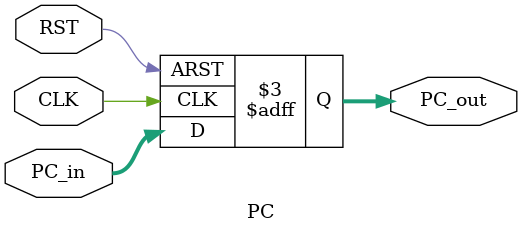
<source format=v>
module PC #
(
    parameter   WIDTH      =   32
) 
(
    input wire 				CLK 					,
    input wire 				RST 					,
    input wire [WIDTH-1:0] 	PC_in 					,
    
    output reg [WIDTH-1:0] 	PC_out     

);

always @(posedge CLK , negedge RST)
	begin
	
		if(!RST)
			begin
				PC_out <= {(WIDTH){1'b0}}			;
			end
		else
			begin
				PC_out <= PC_in 					;
		end
		
	end
endmodule 
</source>
